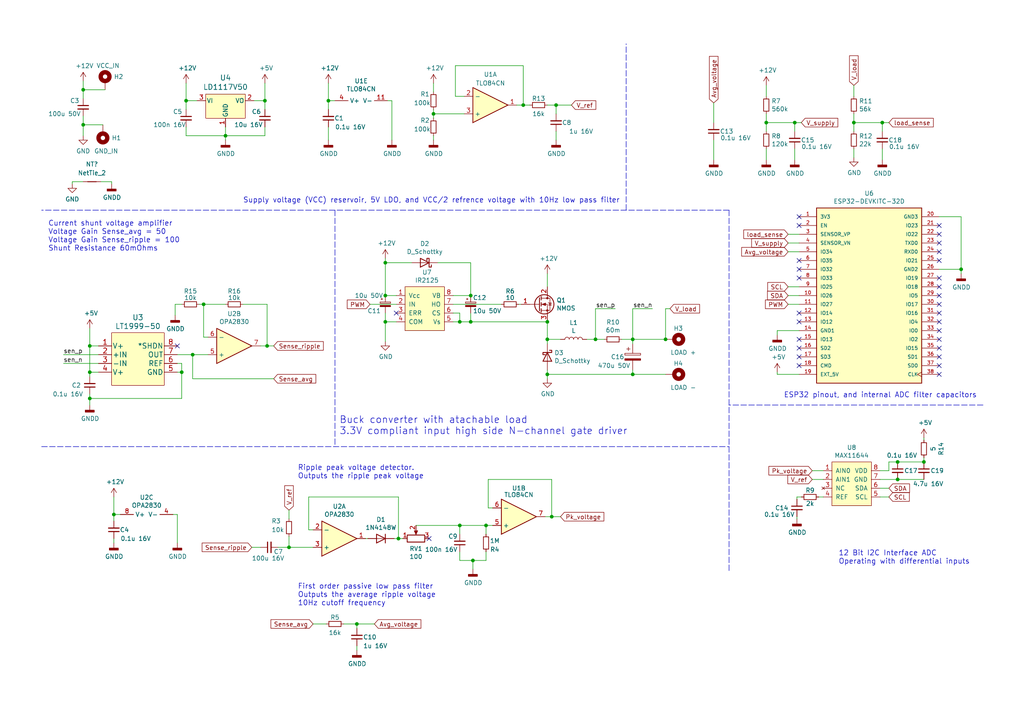
<source format=kicad_sch>
(kicad_sch (version 20211123) (generator eeschema)
  (paper "A4")
  (lib_symbols
    (symbol "Device:C_Small" (pin_numbers hide) (pin_names (offset 0.254) hide)
      (property "Reference" "C" (at 0.254 1.778 0))
      (property "Value" "C_Small" (at 0.254 -2.032 0))
      (symbol "C_Small_1_1"
        (pin passive line (at 0 2.54 270) (length 2.032) (name "~") (number "1"))
        (pin passive line (at 0 -2.54 90) (length 2.032) (name "~") (number "2"))
      )
    )
    (symbol "Device:D_Schottky" (pin_numbers hide) (pin_names (offset 1.016) hide)
      (property "Reference" "D" (at 0 2.54 0))
      (property "Value" "D_Schottky" (at 0 -2.54 0))
      (symbol "D_Schottky_1_1"
        (pin passive line (at -3.81 0 0) (length 2.54) (name "K") (number "1"))
        (pin passive line (at 3.81 0 180) (length 2.54) (name "A") (number "2"))
      )
    )
    (symbol "Device:L" (pin_numbers hide) (pin_names (offset 1.016) hide)
      (property "Reference" "L" (at -1.27 0 90))
      (property "Value" "L" (at 1.905 0 90))
      (symbol "L_1_1"
        (pin passive line (at 0 3.81 270) (length 1.27) (name "1") (number "1"))
        (pin passive line (at 0 -3.81 90) (length 1.27) (name "2") (number "2"))
      )
    )
    (symbol "Device:NetTie_2" (pin_numbers hide) (pin_names (offset 0) hide)
      (property "Reference" "NT" (at 0 1.27 0))
      (property "Value" "NetTie_2" (at 0 -1.27 0))
      (symbol "NetTie_2_1_1"
        (pin passive line (at -2.54 0 0) (length 2.54) (name "1") (number "1"))
        (pin passive line (at 2.54 0 180) (length 2.54) (name "2") (number "2"))
      )
    )
    (symbol "Device:Q_NMOS_GDS" (pin_names (offset 0) hide)
      (property "Reference" "Q" (at 5.08 1.27 0))
      (property "Value" "Q_NMOS_GDS" (at 5.08 -1.27 0))
      (symbol "Q_NMOS_GDS_1_1"
        (pin input line (at -5.08 0 0) (length 2.54) (name "G") (number "1"))
        (pin passive line (at 2.54 5.08 270) (length 2.54) (name "D") (number "2"))
        (pin passive line (at 2.54 -5.08 90) (length 2.54) (name "S") (number "3"))
      )
    )
    (symbol "Device:R_Small" (pin_numbers hide) (pin_names (offset 0.254) hide)
      (property "Reference" "R" (at 0.762 0.508 0))
      (property "Value" "R_Small" (at 0.762 -1.016 0))
      (symbol "R_Small_1_1"
        (pin passive line (at 0 2.54 270) (length 0.762) (name "~") (number "1"))
        (pin passive line (at 0 -2.54 90) (length 0.762) (name "~") (number "2"))
      )
    )
    (symbol "Diode:1N4148W" (pin_numbers hide) (pin_names (offset 1.016) hide)
      (property "Reference" "D" (at 0 2.54 0))
      (property "Value" "1N4148W" (at 0 -2.54 0))
      (symbol "1N4148W_1_1"
        (pin passive line (at -3.81 0 0) (length 2.54) (name "K") (number "1"))
        (pin passive line (at 3.81 0 180) (length 2.54) (name "A") (number "2"))
      )
    )
    (symbol "ESP32-DEVKITC-32D:ESP32-DEVKITC-32D" (pin_names (offset 1.016))
      (property "Reference" "U" (at -15.2654 26.0604 0))
      (property "Value" "ESP32-DEVKITC-32D" (at -15.2654 -27.9654 0))
      (symbol "ESP32-DEVKITC-32D_0_0"
        (pin power_in line (at -20.32 22.86 0) (length 5.08) (name "3V3") (number "1"))
        (pin bidirectional line (at -20.32 0 0) (length 5.08) (name "IO26") (number "10"))
        (pin bidirectional line (at -20.32 -2.54 0) (length 5.08) (name "IO27") (number "11"))
        (pin bidirectional line (at -20.32 -5.08 0) (length 5.08) (name "IO14") (number "12"))
        (pin bidirectional line (at -20.32 -7.62 0) (length 5.08) (name "IO12") (number "13"))
        (pin power_in line (at -20.32 -10.16 0) (length 5.08) (name "GND1") (number "14"))
        (pin bidirectional line (at -20.32 -12.7 0) (length 5.08) (name "IO13") (number "15"))
        (pin bidirectional line (at -20.32 -15.24 0) (length 5.08) (name "SD2") (number "16"))
        (pin bidirectional line (at -20.32 -17.78 0) (length 5.08) (name "SD3") (number "17"))
        (pin bidirectional line (at -20.32 -20.32 0) (length 5.08) (name "CMD") (number "18"))
        (pin power_in line (at -20.32 -22.86 0) (length 5.08) (name "EXT_5V") (number "19"))
        (pin input line (at -20.32 20.32 0) (length 5.08) (name "EN") (number "2"))
        (pin power_in line (at 20.32 22.86 180) (length 5.08) (name "GND3") (number "20"))
        (pin bidirectional line (at 20.32 20.32 180) (length 5.08) (name "IO23") (number "21"))
        (pin bidirectional line (at 20.32 17.78 180) (length 5.08) (name "IO22") (number "22"))
        (pin output line (at 20.32 15.24 180) (length 5.08) (name "TXD0") (number "23"))
        (pin input line (at 20.32 12.7 180) (length 5.08) (name "RXD0") (number "24"))
        (pin bidirectional line (at 20.32 10.16 180) (length 5.08) (name "IO21") (number "25"))
        (pin power_in line (at 20.32 7.62 180) (length 5.08) (name "GND2") (number "26"))
        (pin bidirectional line (at 20.32 5.08 180) (length 5.08) (name "IO19") (number "27"))
        (pin bidirectional line (at 20.32 2.54 180) (length 5.08) (name "IO18") (number "28"))
        (pin bidirectional line (at 20.32 0 180) (length 5.08) (name "IO5") (number "29"))
        (pin input line (at -20.32 17.78 0) (length 5.08) (name "SENSOR_VP") (number "3"))
        (pin bidirectional line (at 20.32 -2.54 180) (length 5.08) (name "IO17") (number "30"))
        (pin bidirectional line (at 20.32 -5.08 180) (length 5.08) (name "IO16") (number "31"))
        (pin bidirectional line (at 20.32 -7.62 180) (length 5.08) (name "IO4") (number "32"))
        (pin bidirectional line (at 20.32 -10.16 180) (length 5.08) (name "IO0") (number "33"))
        (pin bidirectional line (at 20.32 -12.7 180) (length 5.08) (name "IO2") (number "34"))
        (pin bidirectional line (at 20.32 -15.24 180) (length 5.08) (name "IO15") (number "35"))
        (pin bidirectional line (at 20.32 -17.78 180) (length 5.08) (name "SD1") (number "36"))
        (pin bidirectional line (at 20.32 -20.32 180) (length 5.08) (name "SD0") (number "37"))
        (pin input clock (at 20.32 -22.86 180) (length 5.08) (name "CLK") (number "38"))
        (pin input line (at -20.32 15.24 0) (length 5.08) (name "SENSOR_VN") (number "4"))
        (pin bidirectional line (at -20.32 12.7 0) (length 5.08) (name "IO34") (number "5"))
        (pin bidirectional line (at -20.32 10.16 0) (length 5.08) (name "IO35") (number "6"))
        (pin bidirectional line (at -20.32 7.62 0) (length 5.08) (name "IO32") (number "7"))
        (pin bidirectional line (at -20.32 5.08 0) (length 5.08) (name "IO33") (number "8"))
        (pin bidirectional line (at -20.32 2.54 0) (length 5.08) (name "IO25") (number "9"))
      )
    )
    (symbol "IR2125:IR2125" (pin_names (offset 1.016))
      (property "Reference" "U" (at 0 11.43 0))
      (property "Value" "IR2125" (at 0 8.89 0))
      (symbol "IR2125_1_1"
        (pin power_in line (at -8.89 5.08 0) (length 2.54) (name "Vcc") (number "1"))
        (pin input line (at -8.89 2.54 0) (length 2.54) (name "IN") (number "2"))
        (pin input line (at -8.89 0 0) (length 2.54) (name "ERR") (number "3"))
        (pin power_in line (at -8.89 -2.54 0) (length 2.54) (name "COM") (number "4"))
        (pin input line (at 7.62 -2.54 180) (length 2.54) (name "Vs") (number "5"))
        (pin input line (at 7.62 0 180) (length 2.54) (name "CS") (number "6"))
        (pin output line (at 7.62 2.54 180) (length 2.54) (name "HO") (number "7"))
        (pin output line (at 7.62 5.08 180) (length 2.54) (name "VB") (number "8"))
      )
    )
    (symbol "LD1117V50:LD1117V50" (pin_names (offset 0.254))
      (property "Reference" "U" (at 0 8.255 0))
      (property "Value" "LD1117V50" (at 0 6.35 0))
      (symbol "LD1117V50_1_1"
        (pin power_in line (at 0 -6.985 90) (length 2.54) (name "GND") (number "1"))
        (pin power_in line (at 8.255 0.635 180) (length 2.54) (name "VO") (number "2"))
        (pin power_in line (at -8.255 0.635 0) (length 2.54) (name "VI") (number "3"))
      )
    )
    (symbol "LT1999-50:LT1999MPMS8-50-PBF" (pin_names (offset 0.254))
      (property "Reference" "U" (at 0 10.795 0))
      (property "Value" "LT1999MPMS8-50-PBF" (at 0 12.7 0))
      (symbol "LT1999MPMS8-50-PBF_1_1"
        (pin power_in line (at -11.43 3.81 0) (length 3.81) (name "V+") (number "1"))
        (pin input line (at -11.43 1.27 0) (length 3.81) (name "+IN") (number "2"))
        (pin input line (at -11.43 -1.27 0) (length 3.81) (name "-IN") (number "3"))
        (pin power_in line (at -11.43 -3.81 0) (length 3.81) (name "V+") (number "4"))
        (pin power_in line (at 11.43 -3.81 180) (length 3.81) (name "GND") (number "5"))
        (pin unspecified line (at 11.43 -1.27 180) (length 3.81) (name "REF") (number "6"))
        (pin output line (at 11.43 1.27 180) (length 3.81) (name "OUT") (number "7"))
        (pin unspecified line (at 11.43 3.81 180) (length 3.81) (name "*SHDN") (number "8"))
      )
    )
    (symbol "MAX11644:MAX11644" (pin_names (offset 1.016))
      (property "Reference" "U" (at 0 17.78 0))
      (property "Value" "MAX11644" (at 0 15.875 0))
      (symbol "MAX11644_1_1"
        (pin input line (at -8.255 3.81 0) (length 2.54) (name "AIN0") (number "1"))
        (pin input line (at -8.255 1.27 0) (length 2.54) (name "AIN1") (number "2"))
        (pin no_connect line (at -8.255 -1.27 0) (length 2.54) (name "NC") (number "3"))
        (pin power_in line (at -8.255 -3.81 0) (length 2.54) (name "REF") (number "4"))
        (pin output line (at 8.255 -3.81 180) (length 2.54) (name "SCL") (number "5"))
        (pin output line (at 8.255 -1.27 180) (length 2.54) (name "SDA") (number "6"))
        (pin power_in line (at 8.255 1.27 180) (length 2.54) (name "GND") (number "7"))
        (pin power_in line (at 8.255 3.81 180) (length 2.54) (name "VDD") (number "8"))
      )
    )
    (symbol "Mechanical:MountingHole_Pad" (pin_numbers hide) (pin_names (offset 1.016) hide)
      (property "Reference" "H" (at 0 6.35 0))
      (property "Value" "MountingHole_Pad" (at 0 4.445 0))
      (symbol "MountingHole_Pad_1_1"
        (pin input line (at 0 -2.54 90) (length 2.54) (name "1") (number "1"))
      )
    )
    (symbol "buck_converter-rescue:CP-Device" (pin_numbers hide) (pin_names (offset 0.254))
      (property "Reference" "C" (at 0.635 2.54 0))
      (property "Value" "CP-Device" (at 0.635 -2.54 0))
      (symbol "CP-Device_1_1"
        (pin passive line (at 0 3.81 270) (length 2.794) (name "~") (number "1"))
        (pin passive line (at 0 -3.81 90) (length 2.794) (name "~") (number "2"))
      )
    )
    (symbol "buck_converter-rescue:CP_Small-Device" (pin_numbers hide) (pin_names (offset 0.254) hide)
      (property "Reference" "C" (at 0.254 1.778 0))
      (property "Value" "CP_Small-Device" (at 0.254 -2.032 0))
      (symbol "CP_Small-Device_1_1"
        (pin passive line (at 0 2.54 270) (length 1.8542) (name "~") (number "1"))
        (pin passive line (at 0 -2.54 90) (length 1.8542) (name "~") (number "2"))
      )
    )
    (symbol "buck_converter-rescue:Opamp_Dual_Generic-Device"
      (property "Reference" "U" (at 0 5.08 0))
      (property "Value" "Opamp_Dual_Generic-Device" (at 0 -5.08 0))
      (symbol "Opamp_Dual_Generic-Device_1_1"
        (pin output line (at 7.62 0 180) (length 2.54) (name "~") (number "1"))
        (pin input line (at -7.62 -2.54 0) (length 2.54) (name "-") (number "2"))
        (pin input line (at -7.62 2.54 0) (length 2.54) (name "+") (number "3"))
      )
      (symbol "Opamp_Dual_Generic-Device_2_1"
        (pin input line (at -7.62 2.54 0) (length 2.54) (name "+") (number "5"))
        (pin input line (at -7.62 -2.54 0) (length 2.54) (name "-") (number "6"))
        (pin output line (at 7.62 0 180) (length 2.54) (name "~") (number "7"))
      )
      (symbol "Opamp_Dual_Generic-Device_3_1"
        (pin power_in line (at -2.54 -7.62 90) (length 3.81) (name "V-") (number "4"))
        (pin power_in line (at -2.54 7.62 270) (length 3.81) (name "V+") (number "8"))
      )
    )
    (symbol "buck_converter-rescue:Opamp_Quad_Generic-Device"
      (property "Reference" "U" (at 0 5.08 0))
      (property "Value" "Opamp_Quad_Generic-Device" (at 0 -5.08 0))
      (symbol "Opamp_Quad_Generic-Device_1_1"
        (pin output line (at 7.62 0 180) (length 2.54) (name "~") (number "1"))
        (pin input line (at -7.62 -2.54 0) (length 2.54) (name "-") (number "2"))
        (pin input line (at -7.62 2.54 0) (length 2.54) (name "+") (number "3"))
      )
      (symbol "Opamp_Quad_Generic-Device_2_1"
        (pin input line (at -7.62 2.54 0) (length 2.54) (name "+") (number "5"))
        (pin input line (at -7.62 -2.54 0) (length 2.54) (name "-") (number "6"))
        (pin output line (at 7.62 0 180) (length 2.54) (name "~") (number "7"))
      )
      (symbol "Opamp_Quad_Generic-Device_3_1"
        (pin input line (at -7.62 2.54 0) (length 2.54) (name "+") (number "10"))
        (pin output line (at 7.62 0 180) (length 2.54) (name "~") (number "8"))
        (pin input line (at -7.62 -2.54 0) (length 2.54) (name "-") (number "9"))
      )
      (symbol "Opamp_Quad_Generic-Device_4_1"
        (pin input line (at -7.62 2.54 0) (length 2.54) (name "+") (number "12"))
        (pin input line (at -7.62 -2.54 0) (length 2.54) (name "-") (number "13"))
        (pin output line (at 7.62 0 180) (length 2.54) (name "~") (number "14"))
      )
      (symbol "Opamp_Quad_Generic-Device_5_1"
        (pin power_in line (at -2.54 -7.62 90) (length 3.81) (name "V-") (number "11"))
        (pin power_in line (at -2.54 7.62 270) (length 3.81) (name "V+") (number "4"))
      )
    )
    (symbol "buck_converter-rescue:R_POT-Device" (pin_names (offset 1.016) hide)
      (property "Reference" "RV" (at -4.445 0 90))
      (property "Value" "R_POT-Device" (at -2.54 0 90))
      (symbol "R_POT-Device_1_1"
        (pin passive line (at 0 3.81 270) (length 1.27) (name "1") (number "1"))
        (pin passive line (at 3.81 0 180) (length 1.27) (name "2") (number "2"))
        (pin passive line (at 0 -3.81 90) (length 1.27) (name "3") (number "3"))
      )
    )
    (symbol "power:+12V" (power) (pin_names (offset 0))
      (property "Value" "+12V" (at 0 3.556 0))
      (symbol "+12V_1_1"
        (pin power_in line (at 0 0 90) (length 0) hide (name "+12V") (number "1"))
      )
    )
    (symbol "power:+5V" (power) (pin_names (offset 0))
      (property "Value" "+5V" (at 0 3.556 0))
      (symbol "+5V_1_1"
        (pin power_in line (at 0 0 90) (length 0) hide (name "+5V") (number "1"))
      )
    )
    (symbol "power:GND" (power) (pin_names (offset 0))
      (property "Value" "GND" (at 0 -3.81 0))
      (symbol "GND_1_1"
        (pin power_in line (at 0 0 270) (length 0) hide (name "GND") (number "1"))
      )
    )
    (symbol "power:GNDD" (power) (pin_names (offset 0))
      (property "Value" "GNDD" (at 0 -3.175 0))
      (symbol "GNDD_1_1"
        (pin power_in line (at 0 0 270) (length 0) hide (name "GNDD") (number "1"))
      )
    )
  )
  (junction (at 26.035 115.57))
  (junction (at 172.72 98.425))
  (junction (at 33.02 149.225))
  (junction (at 95.25 29.21))
  (junction (at 260.35 133.985))
  (junction (at 136.525 93.345))
  (junction (at 111.76 76.2))
  (junction (at 161.29 30.48))
  (junction (at 26.035 100.33))
  (junction (at 125.73 33.02))
  (junction (at 160.02 149.86))
  (junction (at 140.97 152.4))
  (junction (at 26.035 107.95))
  (junction (at 260.35 139.065))
  (junction (at 133.35 152.4))
  (junction (at 230.505 35.56))
  (junction (at 247.65 35.56))
  (junction (at 136.525 85.725))
  (junction (at 59.055 88.265))
  (junction (at 158.75 98.425))
  (junction (at 24.13 36.195))
  (junction (at 52.705 107.95))
  (junction (at 278.765 78.105))
  (junction (at 83.82 158.75))
  (junction (at 76.835 29.21))
  (junction (at 137.16 162.56))
  (junction (at 183.515 98.425))
  (junction (at 111.76 93.345))
  (junction (at 183.515 108.585))
  (junction (at 55.88 102.87))
  (junction (at 267.97 133.985))
  (junction (at 115.57 156.21))
  (junction (at 65.405 39.37))
  (junction (at 255.905 35.56))
  (junction (at 222.25 35.56))
  (junction (at 133.35 93.345))
  (junction (at 24.13 26.035))
  (junction (at 193.04 98.425))
  (junction (at 158.75 93.345))
  (junction (at 158.75 108.585))
  (junction (at 151.765 30.48))
  (junction (at 103.505 180.975))
  (junction (at 77.47 100.33))
  (junction (at 53.975 29.21))
  (junction (at 111.76 85.725))
  (no_connect (at 272.415 108.585))
  (no_connect (at 272.415 75.565))
  (no_connect (at 231.775 98.425))
  (no_connect (at 231.775 93.345))
  (no_connect (at 272.415 90.805))
  (no_connect (at 231.775 65.405))
  (no_connect (at 272.415 100.965))
  (no_connect (at 272.415 106.045))
  (no_connect (at 231.775 75.565))
  (no_connect (at 272.415 80.645))
  (no_connect (at 272.415 98.425))
  (no_connect (at 231.775 62.865))
  (no_connect (at 272.415 65.405))
  (no_connect (at 272.415 67.945))
  (no_connect (at 231.775 90.805))
  (no_connect (at 272.415 88.265))
  (no_connect (at 51.435 100.33))
  (no_connect (at 272.415 95.885))
  (no_connect (at 272.415 73.025))
  (no_connect (at 272.415 93.345))
  (no_connect (at 231.775 80.645))
  (no_connect (at 272.415 70.485))
  (no_connect (at 231.775 78.105))
  (no_connect (at 124.46 156.21))
  (no_connect (at 272.415 83.185))
  (no_connect (at 231.775 103.505))
  (no_connect (at 272.415 85.725))
  (no_connect (at 231.775 100.965))
  (no_connect (at 231.775 106.045))
  (no_connect (at 114.935 90.805))
  (no_connect (at 272.415 103.505))
  (wire (pts (xy 133.35 152.4) (xy 120.65 152.4)))
  (wire (pts (xy 172.72 98.425) (xy 175.26 98.425)))
  (polyline (pts (xy 97.155 60.96) (xy 97.155 129.54)))
  (wire (pts (xy 111.76 85.725) (xy 114.935 85.725)))
  (wire (pts (xy 172.72 89.535) (xy 178.435 89.535)))
  (wire (pts (xy 134.62 33.02) (xy 125.73 33.02)))
  (wire (pts (xy 125.73 31.75) (xy 125.73 33.02)))
  (wire (pts (xy 53.975 36.83) (xy 53.975 39.37)))
  (wire (pts (xy 133.35 152.4) (xy 140.97 152.4)))
  (wire (pts (xy 103.505 187.325) (xy 103.505 188.595)))
  (wire (pts (xy 158.75 108.585) (xy 183.515 108.585)))
  (wire (pts (xy 50.8 88.265) (xy 50.8 91.44)))
  (wire (pts (xy 193.04 108.585) (xy 183.515 108.585)))
  (wire (pts (xy 26.035 95.25) (xy 26.035 100.33)))
  (wire (pts (xy 180.34 98.425) (xy 183.515 98.425)))
  (wire (pts (xy 137.16 162.56) (xy 140.97 162.56)))
  (wire (pts (xy 247.65 43.18) (xy 247.65 45.72)))
  (wire (pts (xy 235.585 139.065) (xy 238.76 139.065)))
  (wire (pts (xy 225.425 108.585) (xy 231.775 108.585)))
  (wire (pts (xy 76.835 39.37) (xy 76.835 36.83)))
  (wire (pts (xy 29.845 36.195) (xy 24.13 36.195)))
  (wire (pts (xy 231.14 144.145) (xy 231.14 144.78)))
  (wire (pts (xy 228.6 85.725) (xy 231.775 85.725)))
  (wire (pts (xy 183.515 98.425) (xy 183.515 89.535)))
  (wire (pts (xy 57.785 88.265) (xy 59.055 88.265)))
  (wire (pts (xy 95.25 24.13) (xy 95.25 29.21)))
  (wire (pts (xy 140.97 162.56) (xy 140.97 160.02)))
  (wire (pts (xy 125.73 24.13) (xy 125.73 26.67)))
  (wire (pts (xy 24.13 36.195) (xy 24.13 39.37)))
  (wire (pts (xy 132.08 19.05) (xy 151.765 19.05)))
  (wire (pts (xy 125.73 33.02) (xy 125.73 34.29)))
  (wire (pts (xy 183.515 107.315) (xy 183.515 108.585)))
  (wire (pts (xy 161.29 30.48) (xy 165.735 30.48)))
  (wire (pts (xy 33.02 149.225) (xy 33.02 151.13)))
  (wire (pts (xy 111.76 90.805) (xy 111.76 93.345)))
  (wire (pts (xy 50.165 149.225) (xy 51.435 149.225)))
  (wire (pts (xy 95.25 36.83) (xy 95.25 40.64)))
  (wire (pts (xy 24.13 52.705) (xy 20.955 52.705)))
  (wire (pts (xy 162.56 98.425) (xy 158.75 98.425)))
  (wire (pts (xy 65.405 88.265) (xy 59.055 88.265)))
  (wire (pts (xy 183.515 98.425) (xy 183.515 99.695)))
  (wire (pts (xy 158.115 149.86) (xy 160.02 149.86)))
  (wire (pts (xy 247.65 24.765) (xy 247.65 27.94)))
  (wire (pts (xy 115.57 156.21) (xy 115.57 144.145)))
  (wire (pts (xy 28.575 102.87) (xy 18.415 102.87)))
  (wire (pts (xy 119.38 76.2) (xy 111.76 76.2)))
  (wire (pts (xy 26.035 100.33) (xy 26.035 107.95)))
  (wire (pts (xy 53.975 39.37) (xy 65.405 39.37)))
  (wire (pts (xy 24.13 23.495) (xy 24.13 26.035)))
  (wire (pts (xy 53.975 24.13) (xy 53.975 29.21)))
  (wire (pts (xy 260.35 133.985) (xy 267.97 133.985)))
  (wire (pts (xy 20.955 52.705) (xy 20.955 53.34)))
  (wire (pts (xy 26.035 114.3) (xy 26.035 115.57)))
  (wire (pts (xy 76.835 29.21) (xy 76.835 31.75)))
  (wire (pts (xy 51.435 102.87) (xy 55.88 102.87)))
  (wire (pts (xy 51.435 107.95) (xy 52.705 107.95)))
  (wire (pts (xy 257.81 136.525) (xy 257.81 133.985)))
  (wire (pts (xy 99.695 180.975) (xy 103.505 180.975)))
  (wire (pts (xy 97.155 29.21) (xy 95.25 29.21)))
  (wire (pts (xy 158.75 30.48) (xy 161.29 30.48)))
  (wire (pts (xy 267.97 127) (xy 267.97 127.635)))
  (wire (pts (xy 228.6 83.185) (xy 231.775 83.185)))
  (wire (pts (xy 132.08 27.94) (xy 132.08 19.05)))
  (wire (pts (xy 112.395 29.21) (xy 113.665 29.21)))
  (wire (pts (xy 131.445 93.345) (xy 133.35 93.345)))
  (wire (pts (xy 26.035 115.57) (xy 52.705 115.57)))
  (wire (pts (xy 278.765 62.865) (xy 278.765 78.105)))
  (wire (pts (xy 230.505 46.355) (xy 230.505 43.18)))
  (wire (pts (xy 228.6 88.265) (xy 231.775 88.265)))
  (wire (pts (xy 73.025 158.75) (xy 75.565 158.75)))
  (wire (pts (xy 222.25 24.765) (xy 222.25 27.94)))
  (wire (pts (xy 228.6 67.945) (xy 231.775 67.945)))
  (wire (pts (xy 133.35 93.345) (xy 136.525 93.345)))
  (wire (pts (xy 77.47 100.33) (xy 79.375 100.33)))
  (wire (pts (xy 77.47 100.33) (xy 77.47 88.265)))
  (wire (pts (xy 133.35 162.56) (xy 137.16 162.56)))
  (wire (pts (xy 52.705 105.41) (xy 52.705 107.95)))
  (wire (pts (xy 235.585 136.525) (xy 238.76 136.525)))
  (wire (pts (xy 136.525 90.805) (xy 136.525 93.345)))
  (wire (pts (xy 83.82 147.955) (xy 83.82 150.495)))
  (wire (pts (xy 158.75 108.585) (xy 158.75 109.855)))
  (wire (pts (xy 115.57 144.145) (xy 89.535 144.145)))
  (wire (pts (xy 255.905 43.18) (xy 255.905 46.355)))
  (wire (pts (xy 111.76 93.345) (xy 111.76 99.06)))
  (wire (pts (xy 83.82 158.75) (xy 90.805 158.75)))
  (wire (pts (xy 111.76 74.93) (xy 111.76 76.2)))
  (wire (pts (xy 79.375 109.855) (xy 55.88 109.855)))
  (wire (pts (xy 24.13 33.655) (xy 24.13 36.195)))
  (wire (pts (xy 24.13 26.035) (xy 24.13 28.575)))
  (wire (pts (xy 83.82 155.575) (xy 83.82 158.75)))
  (wire (pts (xy 26.035 109.22) (xy 26.035 107.95)))
  (polyline (pts (xy 12.065 129.54) (xy 211.455 129.54)))
  (wire (pts (xy 228.6 70.485) (xy 231.775 70.485)))
  (wire (pts (xy 125.73 39.37) (xy 125.73 40.64)))
  (wire (pts (xy 193.04 89.535) (xy 193.04 98.425)))
  (wire (pts (xy 151.765 30.48) (xy 153.67 30.48)))
  (wire (pts (xy 103.505 180.975) (xy 108.585 180.975)))
  (wire (pts (xy 255.27 144.145) (xy 257.81 144.145)))
  (wire (pts (xy 29.21 52.705) (xy 32.385 52.705)))
  (wire (pts (xy 131.445 85.725) (xy 136.525 85.725)))
  (wire (pts (xy 73.66 29.21) (xy 76.835 29.21)))
  (wire (pts (xy 26.035 107.95) (xy 28.575 107.95)))
  (wire (pts (xy 53.975 29.21) (xy 57.15 29.21)))
  (wire (pts (xy 65.405 36.83) (xy 65.405 39.37)))
  (polyline (pts (xy 285.115 117.475) (xy 211.455 117.475)))
  (wire (pts (xy 52.705 88.265) (xy 50.8 88.265)))
  (wire (pts (xy 222.25 35.56) (xy 222.25 38.1)))
  (wire (pts (xy 141.605 147.32) (xy 142.875 147.32)))
  (wire (pts (xy 136.525 85.725) (xy 136.525 76.2)))
  (wire (pts (xy 65.405 39.37) (xy 76.835 39.37)))
  (wire (pts (xy 267.97 132.715) (xy 267.97 133.985)))
  (wire (pts (xy 141.605 139.065) (xy 141.605 147.32)))
  (wire (pts (xy 111.76 76.2) (xy 111.76 85.725)))
  (wire (pts (xy 222.25 43.18) (xy 222.25 46.355)))
  (wire (pts (xy 136.525 76.2) (xy 127 76.2)))
  (wire (pts (xy 170.18 98.425) (xy 172.72 98.425)))
  (wire (pts (xy 260.35 139.065) (xy 267.97 139.065)))
  (wire (pts (xy 115.57 156.21) (xy 116.84 156.21)))
  (wire (pts (xy 80.645 158.75) (xy 83.82 158.75)))
  (wire (pts (xy 183.515 89.535) (xy 189.23 89.535)))
  (wire (pts (xy 114.935 93.345) (xy 111.76 93.345)))
  (wire (pts (xy 172.72 98.425) (xy 172.72 89.535)))
  (wire (pts (xy 151.765 19.05) (xy 151.765 30.48)))
  (wire (pts (xy 150.495 88.265) (xy 151.13 88.265)))
  (wire (pts (xy 141.605 139.065) (xy 160.02 139.065)))
  (wire (pts (xy 158.75 107.315) (xy 158.75 108.585)))
  (wire (pts (xy 158.75 79.375) (xy 158.75 83.185)))
  (wire (pts (xy 160.02 149.86) (xy 162.56 149.86)))
  (wire (pts (xy 272.415 78.105) (xy 278.765 78.105)))
  (wire (pts (xy 32.385 52.705) (xy 32.385 53.34)))
  (wire (pts (xy 278.765 78.105) (xy 278.765 79.375)))
  (wire (pts (xy 158.75 98.425) (xy 158.75 99.695)))
  (wire (pts (xy 133.35 160.02) (xy 133.35 162.56)))
  (wire (pts (xy 107.315 88.265) (xy 114.935 88.265)))
  (wire (pts (xy 34.925 149.225) (xy 33.02 149.225)))
  (wire (pts (xy 247.65 35.56) (xy 247.65 38.1)))
  (wire (pts (xy 237.49 144.145) (xy 238.76 144.145)))
  (wire (pts (xy 65.405 39.37) (xy 65.405 40.64)))
  (wire (pts (xy 136.525 93.345) (xy 158.75 93.345)))
  (wire (pts (xy 106.045 156.21) (xy 106.68 156.21)))
  (polyline (pts (xy 211.455 60.96) (xy 211.455 165.735)))
  (wire (pts (xy 95.25 29.21) (xy 95.25 31.75)))
  (polyline (pts (xy 211.455 60.96) (xy 12.065 60.96)))
  (wire (pts (xy 225.425 95.885) (xy 231.775 95.885)))
  (wire (pts (xy 113.665 29.21) (xy 113.665 40.64)))
  (wire (pts (xy 160.02 149.86) (xy 160.02 139.065)))
  (wire (pts (xy 257.81 133.985) (xy 260.35 133.985)))
  (wire (pts (xy 255.905 35.56) (xy 247.65 35.56)))
  (wire (pts (xy 51.435 149.225) (xy 51.435 157.48)))
  (wire (pts (xy 247.65 33.02) (xy 247.65 35.56)))
  (wire (pts (xy 52.705 107.95) (xy 52.705 115.57)))
  (wire (pts (xy 230.505 35.56) (xy 222.25 35.56)))
  (wire (pts (xy 151.765 30.48) (xy 149.86 30.48)))
  (wire (pts (xy 59.055 88.265) (xy 59.055 97.79)))
  (wire (pts (xy 161.29 38.1) (xy 161.29 40.64)))
  (wire (pts (xy 232.41 35.56) (xy 230.505 35.56)))
  (wire (pts (xy 55.88 109.855) (xy 55.88 102.87)))
  (wire (pts (xy 255.27 139.065) (xy 260.35 139.065)))
  (wire (pts (xy 272.415 62.865) (xy 278.765 62.865)))
  (wire (pts (xy 207.01 40.64) (xy 207.01 46.355)))
  (wire (pts (xy 140.97 152.4) (xy 142.875 152.4)))
  (wire (pts (xy 225.425 97.155) (xy 225.425 95.885)))
  (wire (pts (xy 89.535 144.145) (xy 89.535 153.67)))
  (wire (pts (xy 222.25 33.02) (xy 222.25 35.56)))
  (wire (pts (xy 77.47 88.265) (xy 70.485 88.265)))
  (wire (pts (xy 75.565 100.33) (xy 77.47 100.33)))
  (wire (pts (xy 33.02 156.21) (xy 33.02 157.48)))
  (wire (pts (xy 255.27 136.525) (xy 257.81 136.525)))
  (wire (pts (xy 194.31 89.535) (xy 193.04 89.535)))
  (wire (pts (xy 51.435 105.41) (xy 52.705 105.41)))
  (wire (pts (xy 26.035 100.33) (xy 28.575 100.33)))
  (wire (pts (xy 103.505 180.975) (xy 103.505 182.245)))
  (wire (pts (xy 158.75 93.345) (xy 158.75 98.425)))
  (wire (pts (xy 207.01 29.845) (xy 207.01 35.56)))
  (wire (pts (xy 255.905 38.1) (xy 255.905 35.56)))
  (wire (pts (xy 257.81 35.56) (xy 255.905 35.56)))
  (wire (pts (xy 53.975 31.75) (xy 53.975 29.21)))
  (wire (pts (xy 230.505 38.1) (xy 230.505 35.56)))
  (wire (pts (xy 133.35 90.805) (xy 133.35 93.345)))
  (wire (pts (xy 161.29 30.48) (xy 161.29 33.02)))
  (wire (pts (xy 228.6 73.025) (xy 231.775 73.025)))
  (wire (pts (xy 33.02 144.145) (xy 33.02 149.225)))
  (polyline (pts (xy 181.61 60.96) (xy 181.61 12.7)))
  (wire (pts (xy 134.62 27.94) (xy 132.08 27.94)))
  (wire (pts (xy 30.48 26.035) (xy 24.13 26.035)))
  (wire (pts (xy 133.35 152.4) (xy 133.35 154.94)))
  (wire (pts (xy 231.14 149.86) (xy 231.14 150.495)))
  (wire (pts (xy 114.3 156.21) (xy 115.57 156.21)))
  (wire (pts (xy 90.805 180.975) (xy 94.615 180.975)))
  (wire (pts (xy 131.445 90.805) (xy 133.35 90.805)))
  (wire (pts (xy 76.835 24.13) (xy 76.835 29.21)))
  (wire (pts (xy 89.535 153.67) (xy 90.805 153.67)))
  (wire (pts (xy 26.035 117.475) (xy 26.035 115.57)))
  (wire (pts (xy 232.41 144.145) (xy 231.14 144.145)))
  (wire (pts (xy 59.055 97.79) (xy 60.325 97.79)))
  (wire (pts (xy 137.16 165.1) (xy 137.16 162.56)))
  (wire (pts (xy 55.88 102.87) (xy 60.325 102.87)))
  (wire (pts (xy 225.425 107.95) (xy 225.425 108.585)))
  (wire (pts (xy 131.445 88.265) (xy 145.415 88.265)))
  (wire (pts (xy 28.575 105.41) (xy 18.415 105.41)))
  (wire (pts (xy 183.515 98.425) (xy 193.04 98.425)))
  (wire (pts (xy 255.27 141.605) (xy 257.81 141.605)))
  (wire (pts (xy 140.97 152.4) (xy 140.97 154.94)))
  (text "Current shunt voltage amplifier\nVoltage Gain Sense_avg = 50\nVoltage Gain Sense_ripple = 100\nShunt Resistance 60mOhms\n" (at 13.97 73.025 0) (effects (font (size 1.4986 1.4986)) (justify left bottom)))
  (text "ESP32 pinout, and internal ADC filter capacitors" (at 227.33 115.57 0) (effects (font (size 1.4986 1.4986)) (justify left bottom)))
  (text "Buck converter with atachable load\n3.3V compliant input high side N-channel gate driver\n " (at 98.425 129.54 0) (effects (font (size 2.0066 2.0066)) (justify left bottom)))
  (text "First order passive low pass filter\nOutputs the average ripple voltage\n10Hz cutoff frequency" (at 86.36 175.895 0) (effects (font (size 1.4986 1.4986)) (justify left bottom)))
  (text "Ripple peak voltage detector.\nOutputs the ripple peak voltage" (at 86.36 139.065 0) (effects (font (size 1.4986 1.4986)) (justify left bottom)))
  (text "Supply voltage (VCC) reservoir, 5V LDO, and VCC/2 refrence voltage with 10Hz low pass filter\n" (at 70.485 59.055 0) (effects (font (size 1.4986 1.4986)) (justify left bottom)))
  (text "12 Bit I2C Interface ADC\nOperating with differential inputs" (at 243.205 163.83 0) (effects (font (size 1.4986 1.4986)) (justify left bottom)))
  (label "sen_p" (at 18.415 102.87 0))
  (label "sen_n" (at 189.23 89.535 180))
  (label "sen_n" (at 18.415 105.41 0))
  (label "sen_p" (at 178.435 89.535 180))
  (global_label "Sense_avg" (shape input) (at 90.805 180.975 180) (property "Intersheet References" "${INTERSHEET_REFS}" (effects hide)))
  (global_label "V_supply" (shape input) (at 228.6 70.485 180) (property "Intersheet References" "${INTERSHEET_REFS}" (effects hide)))
  (global_label "Sense_ripple" (shape input) (at 79.375 100.33 0) (property "Intersheet References" "${INTERSHEET_REFS}" (effects hide)))
  (global_label "Sense_avg" (shape input) (at 79.375 109.855 0) (property "Intersheet References" "${INTERSHEET_REFS}" (effects hide)))
  (global_label "V_supply" (shape input) (at 232.41 35.56 0) (property "Intersheet References" "${INTERSHEET_REFS}" (effects hide)))
  (global_label "load_sense" (shape input) (at 257.81 35.56 0) (property "Intersheet References" "${INTERSHEET_REFS}" (effects hide)))
  (global_label "SCL" (shape input) (at 257.81 144.145 0) (property "Intersheet References" "${INTERSHEET_REFS}" (effects hide)))
  (global_label "V_load" (shape input) (at 194.31 89.535 0) (property "Intersheet References" "${INTERSHEET_REFS}" (effects hide)))
  (global_label "V_load" (shape input) (at 247.65 24.765 90) (property "Intersheet References" "${INTERSHEET_REFS}" (effects hide)))
  (global_label "Sense_ripple" (shape input) (at 73.025 158.75 180) (property "Intersheet References" "${INTERSHEET_REFS}" (effects hide)))
  (global_label "SCL" (shape input) (at 228.6 83.185 180) (property "Intersheet References" "${INTERSHEET_REFS}" (effects hide)))
  (global_label "Avg_voltage" (shape input) (at 228.6 73.025 180) (property "Intersheet References" "${INTERSHEET_REFS}" (effects hide)))
  (global_label "Avg_voltage" (shape input) (at 207.01 29.845 90) (property "Intersheet References" "${INTERSHEET_REFS}" (effects hide)))
  (global_label "Pk_voltage" (shape input) (at 235.585 136.525 180) (property "Intersheet References" "${INTERSHEET_REFS}" (effects hide)))
  (global_label "Pk_voltage" (shape input) (at 162.56 149.86 0) (property "Intersheet References" "${INTERSHEET_REFS}" (effects hide)))
  (global_label "Avg_voltage" (shape input) (at 108.585 180.975 0) (property "Intersheet References" "${INTERSHEET_REFS}" (effects hide)))
  (global_label "PWM" (shape input) (at 107.315 88.265 180) (property "Intersheet References" "${INTERSHEET_REFS}" (effects hide)))
  (global_label "V_ref" (shape input) (at 83.82 147.955 90) (property "Intersheet References" "${INTERSHEET_REFS}" (effects hide)))
  (global_label "load_sense" (shape input) (at 228.6 67.945 180) (property "Intersheet References" "${INTERSHEET_REFS}" (effects hide)))
  (global_label "PWM" (shape input) (at 228.6 88.265 180) (property "Intersheet References" "${INTERSHEET_REFS}" (effects hide)))
  (global_label "V_ref" (shape input) (at 165.735 30.48 0) (property "Intersheet References" "${INTERSHEET_REFS}" (effects hide)))
  (global_label "SDA" (shape input) (at 228.6 85.725 180) (property "Intersheet References" "${INTERSHEET_REFS}" (effects hide)))
  (global_label "V_ref" (shape input) (at 235.585 139.065 180) (property "Intersheet References" "${INTERSHEET_REFS}" (effects hide)))
  (global_label "SDA" (shape input) (at 257.81 141.605 0) (property "Intersheet References" "${INTERSHEET_REFS}" (effects hide)))
  (symbol (lib_id "ESP32-DEVKITC-32D:ESP32-DEVKITC-32D") (at 252.095 85.725 0) (unit 1)
    (property "Reference" "U6" (at 252.095 56.0832 0))
    (property "Value" "ESP32-DEVKITC-32D" (at 252.095 58.3946 0))
    (property "Footprint" "MODULE_ESP32-DEVKITC-32D:MODULE_ESP32-DEVKITC-32D" (effects hide))
    (property "MANUFACTURER" "Espressif Systems" (effects hide))
    (property "PARTREV" "4" (effects hide))
  )
  (symbol (lib_id "power:GNDD") (at 278.765 79.375 0) (unit 1)
    (property "Reference" "#PWR021" (effects hide))
    (property "Value" "GNDD" (at 278.8666 83.312 0))
  )
  (symbol (lib_id "power:GNDD") (at 225.425 97.155 0) (unit 1)
    (property "Reference" "#PWR017" (effects hide))
    (property "Value" "GNDD" (at 225.5266 101.092 0))
  )
  (symbol (lib_id "power:+12V") (at 158.75 79.375 0) (unit 1)
    (property "Reference" "#PWR025" (effects hide))
    (property "Value" "+12V" (at 159.131 74.9808 0))
  )
  (symbol (lib_id "Device:Q_NMOS_GDS") (at 156.21 88.265 0) (unit 1)
    (property "Reference" "Q1" (at 161.3916 87.0966 0) (effects (justify left)))
    (property "Value" "NMOS" (at 161.3916 89.408 0) (effects (justify left)))
    (property "Footprint" "Package_TO_SOT_THT:TO-220-3_Vertical" (effects hide))
  )
  (symbol (lib_id "Device:D_Schottky") (at 158.75 103.505 270) (unit 1)
    (property "Reference" "D3" (at 160.782 102.3366 90) (effects (justify left)))
    (property "Value" "D_Schottky" (at 160.782 104.648 90) (effects (justify left)))
    (property "Footprint" "Diode_THT:D_A-405_P7.62mm_Horizontal" (effects hide))
  )
  (symbol (lib_id "power:GND") (at 158.75 109.855 0) (unit 1)
    (property "Reference" "#PWR026" (effects hide))
    (property "Value" "GND" (at 158.877 114.2492 0))
  )
  (symbol (lib_id "Device:L") (at 166.37 98.425 90) (unit 1)
    (property "Reference" "L1" (at 166.37 93.599 90))
    (property "Value" "L" (at 166.37 95.9104 90))
    (property "Footprint" "IND_HCTI-150-5.0:IND_HCTI-150-5.0" (effects hide))
  )
  (symbol (lib_id "Device:R_Small") (at 247.65 30.48 0) (unit 1)
    (property "Reference" "R11" (at 249.1486 29.3116 0) (effects (justify left)))
    (property "Value" "56k" (at 249.1486 31.623 0) (effects (justify left)))
    (property "Footprint" "Resistor_SMD:R_0603_1608Metric_Pad0.98x0.95mm_HandSolder" (effects hide))
  )
  (symbol (lib_id "Device:R_Small") (at 247.65 40.64 0) (unit 1)
    (property "Reference" "R12" (at 249.1486 39.4716 0) (effects (justify left)))
    (property "Value" "22k" (at 249.1486 41.783 0) (effects (justify left)))
    (property "Footprint" "Resistor_SMD:R_0603_1608Metric_Pad0.98x0.95mm_HandSolder" (effects hide))
  )
  (symbol (lib_id "power:GND") (at 247.65 45.72 0) (unit 1)
    (property "Reference" "#PWR031" (effects hide))
    (property "Value" "GND" (at 247.777 50.1142 0))
  )
  (symbol (lib_id "Device:R_Small") (at 222.25 30.48 0) (unit 1)
    (property "Reference" "R7" (at 223.7486 29.3116 0) (effects (justify left)))
    (property "Value" "560k" (at 223.7486 31.623 0) (effects (justify left)))
    (property "Footprint" "Resistor_SMD:R_0603_1608Metric_Pad0.98x0.95mm_HandSolder" (effects hide))
  )
  (symbol (lib_id "Device:R_Small") (at 222.25 40.64 0) (unit 1)
    (property "Reference" "R8" (at 223.7486 39.4716 0) (effects (justify left)))
    (property "Value" "120k" (at 223.7486 41.783 0) (effects (justify left)))
    (property "Footprint" "Resistor_SMD:R_0603_1608Metric_Pad0.98x0.95mm_HandSolder" (effects hide))
  )
  (symbol (lib_id "power:+12V") (at 222.25 24.765 0) (unit 1)
    (property "Reference" "#PWR027" (effects hide))
    (property "Value" "+12V" (at 222.631 20.3708 0))
  )
  (symbol (lib_id "Device:C_Small") (at 230.505 40.64 0) (mirror x) (unit 1)
    (property "Reference" "C15" (at 236.22 40.64 0) (effects (justify right)))
    (property "Value" "0.1u 16V" (at 241.3 42.545 0) (effects (justify right)))
    (property "Footprint" "Capacitor_SMD:C_0603_1608Metric_Pad1.08x0.95mm_HandSolder" (effects hide))
  )
  (symbol (lib_id "power:GNDD") (at 255.905 46.355 0) (unit 1)
    (property "Reference" "#PWR032" (effects hide))
    (property "Value" "GNDD" (at 256.0066 50.292 0))
  )
  (symbol (lib_id "Device:R_Small") (at 177.8 98.425 270) (unit 1)
    (property "Reference" "R10" (at 177.8 93.4466 90))
    (property "Value" "60m" (at 177.8 95.758 90))
    (property "Footprint" "Resistor_SMD:R_2512_6332Metric_Pad1.52x3.35mm_HandSolder" (effects hide))
  )
  (symbol (lib_id "IR2125:IR2125") (at 123.825 90.805 0) (unit 1)
    (property "Reference" "U7" (at 123.825 78.994 0))
    (property "Value" "IR2125" (at 123.825 81.3054 0))
    (property "Footprint" "Package_DIP:DIP-8_W7.62mm" (effects hide))
  )
  (symbol (lib_id "Device:R_Small") (at 147.955 88.265 270) (unit 1)
    (property "Reference" "R6" (at 147.955 84.455 90))
    (property "Value" "10" (at 147.955 86.36 90))
    (property "Footprint" "Resistor_SMD:R_0603_1608Metric_Pad0.98x0.95mm_HandSolder" (effects hide))
  )
  (symbol (lib_id "Device:D_Schottky") (at 123.19 76.2 180) (unit 1)
    (property "Reference" "D2" (at 123.19 70.6882 0))
    (property "Value" "D_Schottky" (at 123.19 72.9996 0))
    (property "Footprint" "Diode_THT:D_A-405_P7.62mm_Horizontal" (effects hide))
  )
  (symbol (lib_id "power:GND") (at 111.76 99.06 0) (unit 1)
    (property "Reference" "#PWR023" (effects hide))
    (property "Value" "GND" (at 111.887 103.4542 0))
  )
  (symbol (lib_id "buck_converter-rescue:CP_Small-Device") (at 136.525 88.265 0) (unit 1)
    (property "Reference" "C12" (at 137.16 86.36 0) (effects (justify left)))
    (property "Value" "10u 50V" (at 137.16 90.17 0) (effects (justify left)))
    (property "Footprint" "Capacitor_THT:CP_Radial_D5.0mm_P2.00mm" (effects hide))
    (property "Part Number" "860010672009" (effects hide))
  )
  (symbol (lib_id "buck_converter-rescue:CP_Small-Device") (at 111.76 88.265 0) (unit 1)
    (property "Reference" "C11" (at 110.49 90.17 0) (effects (justify right)))
    (property "Value" "10u 50V" (at 111.125 85.725 0) (effects (justify right)))
    (property "Footprint" "Capacitor_THT:CP_Radial_D5.0mm_P2.00mm" (effects hide))
    (property "Part Number" "860010672009" (effects hide))
  )
  (symbol (lib_id "Device:C_Small") (at 26.035 111.76 0) (mirror x) (unit 1)
    (property "Reference" "C2" (at 23.495 111.76 0) (effects (justify right)))
    (property "Value" "0.1u 16V" (at 24.13 114.3 0) (effects (justify right)))
    (property "Footprint" "Capacitor_SMD:C_0603_1608Metric_Pad1.08x0.95mm_HandSolder" (effects hide))
  )
  (symbol (lib_id "power:+12V") (at 33.02 144.145 0) (unit 1)
    (property "Reference" "#PWR07" (effects hide))
    (property "Value" "+12V" (at 33.401 139.7508 0))
  )
  (symbol (lib_id "power:+12V") (at 125.73 24.13 0) (unit 1)
    (property "Reference" "#PWR013" (effects hide))
    (property "Value" "+12V" (at 126.111 19.7358 0))
  )
  (symbol (lib_id "power:+12V") (at 111.76 74.93 0) (unit 1)
    (property "Reference" "#PWR022" (effects hide))
    (property "Value" "+12V" (at 112.141 70.5358 0))
  )
  (symbol (lib_id "Device:R_Small") (at 125.73 36.83 0) (unit 1)
    (property "Reference" "R2" (at 121.92 34.925 0) (effects (justify left)))
    (property "Value" "100k" (at 120.015 37.465 0) (effects (justify left)))
    (property "Footprint" "Resistor_SMD:R_0603_1608Metric_Pad0.98x0.95mm_HandSolder" (effects hide))
  )
  (symbol (lib_id "power:GNDD") (at 125.73 40.64 0) (unit 1)
    (property "Reference" "#PWR014" (effects hide))
    (property "Value" "GNDD" (at 125.8316 44.577 0))
  )
  (symbol (lib_id "buck_converter-rescue:CP-Device") (at 183.515 103.505 0) (unit 1)
    (property "Reference" "C16" (at 177.165 103.505 0) (effects (justify left)))
    (property "Value" "470u 50V" (at 173.355 106.045 0) (effects (justify left)))
    (property "Footprint" "multi_capacitor:multi_cap" (effects hide))
  )
  (symbol (lib_id "Device:C_Small") (at 78.105 158.75 90) (mirror x) (unit 1)
    (property "Reference" "C7" (at 79.375 160.02 90) (effects (justify right)))
    (property "Value" "100u 16V" (at 73.025 161.925 90) (effects (justify right)))
    (property "Footprint" "Capacitor_THT:CP_Radial_D8.0mm_P3.50mm" (effects hide))
    (property "Part Number" "860020374012" (effects hide))
  )
  (symbol (lib_id "Device:R_Small") (at 125.73 29.21 0) (unit 1)
    (property "Reference" "R1" (at 121.92 27.305 0) (effects (justify left)))
    (property "Value" "100k" (at 120.015 29.845 0) (effects (justify left)))
    (property "Footprint" "Resistor_SMD:R_0603_1608Metric_Pad0.98x0.95mm_HandSolder" (effects hide))
  )
  (symbol (lib_id "buck_converter-rescue:R_POT-Device") (at 120.65 156.21 90) (unit 1)
    (property "Reference" "RV1" (at 120.65 159.131 90))
    (property "Value" "100" (at 120.65 161.4424 90))
    (property "Footprint" "Potentiometer_THT:Potentiometer_Bourns_3266Y_Vertical" (effects hide))
  )
  (symbol (lib_id "LD1117V50:LD1117V50") (at 65.405 29.845 0) (unit 1)
    (property "Reference" "U4" (at 65.405 22.5552 0) (effects (font (size 1.524 1.524))))
    (property "Value" "LD1117V50" (at 65.405 25.2476 0) (effects (font (size 1.524 1.524))))
    (property "Footprint" "Package_TO_SOT_THT:TO-220-3_Vertical" (effects hide))
    (property "Datasheet" "https://www.st.com/content/ccc/resource/technical/document/datasheet/99/3b/7d/91/91/51/4b/be/CD00000544.pdf/files/CD00000544.pdf/jcr:content/translations/en.CD00000544.pdf" (effects hide))
  )
  (symbol (lib_id "LT1999-50:LT1999MPMS8-50-PBF") (at 40.005 104.14 0) (unit 1)
    (property "Reference" "U3" (at 40.005 92.075 0) (effects (font (size 1.524 1.524))))
    (property "Value" "LT1999-50" (at 40.005 94.615 0) (effects (font (size 1.524 1.524))))
    (property "Footprint" "Package_SO:SOIC-8_3.9x4.9mm_P1.27mm" (effects hide))
  )
  (symbol (lib_id "power:GNDD") (at 26.035 117.475 0) (unit 1)
    (property "Reference" "#PWR04" (effects hide))
    (property "Value" "GNDD" (at 26.1366 121.412 0))
  )
  (symbol (lib_id "MAX11644:MAX11644") (at 247.015 140.335 0) (unit 1)
    (property "Reference" "U8" (at 247.015 129.794 0))
    (property "Value" "MAX11644" (at 247.015 132.1054 0))
    (property "Footprint" "Package_SO:MSOP-8_3x3mm_P0.65mm" (effects hide))
  )
  (symbol (lib_id "Device:R_Small") (at 267.97 130.175 180) (unit 1)
    (property "Reference" "R14" (at 272.9484 130.175 90))
    (property "Value" "5" (at 270.637 130.175 90))
    (property "Footprint" "Resistor_SMD:R_0603_1608Metric_Pad0.98x0.95mm_HandSolder" (effects hide))
  )
  (symbol (lib_id "power:+5V") (at 26.035 95.25 0) (unit 1)
    (property "Reference" "#PWR03" (effects hide))
    (property "Value" "+5V" (at 26.416 90.8558 0))
  )
  (symbol (lib_id "Device:C_Small") (at 260.35 136.525 0) (unit 1)
    (property "Reference" "C17" (at 262.255 136.525 0) (effects (justify left)))
    (property "Value" "0.1u 16V" (at 257.175 132.08 0) (effects (justify left)))
    (property "Footprint" "Capacitor_SMD:C_0603_1608Metric_Pad1.08x0.95mm_HandSolder" (effects hide))
  )
  (symbol (lib_id "Device:C_Small") (at 267.97 136.525 0) (unit 1)
    (property "Reference" "C19" (at 269.875 136.525 0) (effects (justify left)))
    (property "Value" "4.7u 16V" (at 264.795 140.335 0) (effects (justify left)))
    (property "Footprint" "Capacitor_SMD:C_0603_1608Metric_Pad1.08x0.95mm_HandSolder" (effects hide))
  )
  (symbol (lib_id "power:+5V") (at 225.425 107.95 0) (unit 1)
    (property "Reference" "#PWR018" (effects hide))
    (property "Value" "+5V" (at 225.806 103.5558 0))
  )
  (symbol (lib_id "Device:C_Small") (at 255.905 40.64 0) (mirror x) (unit 1)
    (property "Reference" "C18" (at 261.62 40.64 0) (effects (justify right)))
    (property "Value" "0.1u 16V" (at 266.7 42.545 0) (effects (justify right)))
    (property "Footprint" "Capacitor_SMD:C_0603_1608Metric_Pad1.08x0.95mm_HandSolder" (effects hide))
  )
  (symbol (lib_id "Device:R_Small") (at 55.245 88.265 270) (unit 1)
    (property "Reference" "R15" (at 55.245 84.455 90))
    (property "Value" "10k" (at 55.245 86.36 90))
    (property "Footprint" "Resistor_SMD:R_0603_1608Metric_Pad1.05x0.95mm_HandSolder" (effects hide))
    (property "Part Number" "RR0816P-163-D" (effects hide))
  )
  (symbol (lib_id "Device:R_Small") (at 67.945 88.265 270) (unit 1)
    (property "Reference" "R16" (at 67.945 84.455 90))
    (property "Value" "10k" (at 67.945 86.36 90))
    (property "Footprint" "Resistor_SMD:R_0603_1608Metric_Pad1.05x0.95mm_HandSolder" (effects hide))
    (property "Part Number" "RR0816P-163-D" (effects hide))
  )
  (symbol (lib_id "Device:C_Small") (at 76.835 34.29 0) (unit 1)
    (property "Reference" "C6" (at 73.025 32.385 0) (effects (justify left)))
    (property "Value" "10u 16V" (at 67.945 36.195 0) (effects (justify left)))
    (property "Footprint" "Capacitor_SMD:C_0805_2012Metric_Pad1.18x1.45mm_HandSolder" (effects hide))
  )
  (symbol (lib_id "Device:C_Small") (at 53.975 34.29 0) (unit 1)
    (property "Reference" "C5" (at 50.165 32.385 0) (effects (justify left)))
    (property "Value" "100n 16V" (at 44.45 36.195 0) (effects (justify left)))
    (property "Footprint" "Capacitor_SMD:C_0603_1608Metric_Pad1.08x0.95mm_HandSolder" (effects hide))
  )
  (symbol (lib_id "power:GNDD") (at 230.505 46.355 0) (unit 1)
    (property "Reference" "#PWR030" (effects hide))
    (property "Value" "GNDD" (at 230.6066 50.292 0))
  )
  (symbol (lib_id "power:GNDD") (at 65.405 40.64 0) (unit 1)
    (property "Reference" "#PWR012" (effects hide))
    (property "Value" "GNDD" (at 65.5066 44.577 0))
  )
  (symbol (lib_id "power:+12V") (at 53.975 24.13 0) (unit 1)
    (property "Reference" "#PWR09" (effects hide))
    (property "Value" "+12V" (at 54.356 19.7358 0))
  )
  (symbol (lib_id "buck_converter-rescue:Opamp_Dual_Generic-Device") (at 67.945 100.33 0) (mirror x) (unit 2)
    (property "Reference" "U2" (at 67.945 91.0082 0))
    (property "Value" "OPA2830" (at 67.945 93.3196 0))
    (property "Footprint" "Package_SO:SOIC-8_3.9x4.9mm_P1.27mm" (effects hide))
  )
  (symbol (lib_id "power:+5V") (at 76.835 24.13 0) (unit 1)
    (property "Reference" "#PWR015" (effects hide))
    (property "Value" "+5V" (at 77.216 19.7358 0))
  )
  (symbol (lib_id "power:+5V") (at 267.97 127 0) (unit 1)
    (property "Reference" "#PWR033" (effects hide))
    (property "Value" "+5V" (at 268.351 122.6058 0))
  )
  (symbol (lib_id "Device:C_Small") (at 24.13 31.115 0) (unit 1)
    (property "Reference" "C3" (at 20.32 29.21 0) (effects (justify left)))
    (property "Value" "100u 50V" (at 13.97 33.02 0) (effects (justify left)))
    (property "Footprint" "Capacitor_THT:CP_Radial_D10.0mm_P5.00mm" (effects hide))
    (property "Part Number" "860010675020" (effects hide))
  )
  (symbol (lib_id "power:+12V") (at 24.13 23.495 0) (unit 1)
    (property "Reference" "#PWR05" (effects hide))
    (property "Value" "+12V" (at 24.511 19.1008 0))
  )
  (symbol (lib_id "power:GND") (at 24.13 39.37 0) (unit 1)
    (property "Reference" "#PWR06" (effects hide))
    (property "Value" "GND" (at 24.13 43.815 0))
  )
  (symbol (lib_id "Device:R_Small") (at 156.21 30.48 270) (unit 1)
    (property "Reference" "R13" (at 156.21 28.575 90))
    (property "Value" "16k" (at 156.21 33.02 90))
    (property "Footprint" "Resistor_SMD:R_0603_1608Metric_Pad0.98x0.95mm_HandSolder" (effects hide))
    (property "Part Number" "RR0816P-163-D" (effects hide))
  )
  (symbol (lib_id "power:GND") (at 20.955 53.34 0) (unit 1)
    (property "Reference" "#PWR0102" (effects hide))
    (property "Value" "GND" (at 20.955 57.785 0))
  )
  (symbol (lib_id "power:GNDD") (at 32.385 53.34 0) (unit 1)
    (property "Reference" "#PWR0103" (effects hide))
    (property "Value" "GNDD" (at 32.4866 57.277 0))
  )
  (symbol (lib_id "buck_converter-rescue:Opamp_Quad_Generic-Device") (at 104.775 31.75 90) (mirror x) (unit 5)
    (property "Reference" "U1" (at 104.775 23.495 90))
    (property "Value" "TLO84CN" (at 104.775 25.8064 90))
    (property "Footprint" "Package_DIP:DIP-14_W7.62mm" (effects hide))
  )
  (symbol (lib_id "buck_converter-rescue:Opamp_Quad_Generic-Device") (at 142.24 30.48 0) (mirror x) (unit 1)
    (property "Reference" "U1" (at 142.24 21.59 0))
    (property "Value" "TLO84CN" (at 142.24 24.13 0))
    (property "Footprint" "Package_DIP:DIP-14_W7.62mm" (effects hide))
  )
  (symbol (lib_id "buck_converter-rescue:Opamp_Quad_Generic-Device") (at 150.495 149.86 0) (mirror x) (unit 2)
    (property "Reference" "U1" (at 150.495 141.605 0))
    (property "Value" "TLO84CN" (at 150.495 143.51 0))
    (property "Footprint" "Package_DIP:DIP-14_W7.62mm" (effects hide))
  )
  (symbol (lib_id "buck_converter-rescue:Opamp_Dual_Generic-Device") (at 98.425 156.21 0) (mirror x) (unit 1)
    (property "Reference" "U2" (at 98.425 146.8882 0))
    (property "Value" "OPA2830" (at 98.425 149.1996 0))
    (property "Footprint" "Package_SO:SOIC-8_3.9x4.9mm_P1.27mm" (effects hide))
  )
  (symbol (lib_id "buck_converter-rescue:Opamp_Dual_Generic-Device") (at 42.545 146.685 90) (unit 3)
    (property "Reference" "U2" (at 42.545 144.272 90))
    (property "Value" "OPA2830" (at 42.545 146.5834 90))
    (property "Footprint" "Package_SO:SOIC-8_3.9x4.9mm_P1.27mm" (effects hide))
  )
  (symbol (lib_id "power:GNDD") (at 51.435 157.48 0) (unit 1)
    (property "Reference" "#PWR011" (effects hide))
    (property "Value" "GNDD" (at 51.5366 161.417 0))
  )
  (symbol (lib_id "power:GNDD") (at 33.02 157.48 0) (unit 1)
    (property "Reference" "#PWR08" (effects hide))
    (property "Value" "GNDD" (at 33.1216 161.417 0))
  )
  (symbol (lib_id "Device:C_Small") (at 33.02 153.67 0) (mirror x) (unit 1)
    (property "Reference" "C4" (at 37.465 153.67 0) (effects (justify right)))
    (property "Value" "0.1u 16V" (at 43.815 156.21 0) (effects (justify right)))
    (property "Footprint" "Capacitor_SMD:C_0603_1608Metric_Pad1.08x0.95mm_HandSolder" (effects hide))
  )
  (symbol (lib_id "Diode:1N4148W") (at 110.49 156.21 180) (unit 1)
    (property "Reference" "D1" (at 110.49 150.6982 0))
    (property "Value" "1N4148W" (at 110.49 153.0096 0))
    (property "Footprint" "Diode_THT:D_DO-35_SOD27_P7.62mm_Horizontal" (effects hide))
    (property "Datasheet" "https://www.vishay.com/docs/85748/1n4148w.pdf" (effects hide))
  )
  (symbol (lib_id "Device:C_Small") (at 231.14 147.32 0) (unit 1)
    (property "Reference" "C14" (at 224.79 147.32 0) (effects (justify left)))
    (property "Value" "0.1u 16V" (at 221.615 149.225 0) (effects (justify left)))
    (property "Footprint" "Capacitor_SMD:C_0603_1608Metric_Pad1.08x0.95mm_HandSolder" (effects hide))
  )
  (symbol (lib_id "Device:R_Small") (at 234.95 144.145 270) (unit 1)
    (property "Reference" "R9" (at 234.95 142.24 90))
    (property "Value" "2k" (at 234.95 146.05 90))
    (property "Footprint" "Resistor_SMD:R_0603_1608Metric_Pad0.98x0.95mm_HandSolder" (effects hide))
    (property "Part Number" "RR0816P-163-D" (effects hide))
  )
  (symbol (lib_id "power:GNDD") (at 222.25 46.355 0) (unit 1)
    (property "Reference" "#PWR?" (effects hide))
    (property "Value" "GNDD" (at 222.3516 50.292 0))
  )
  (symbol (lib_id "power:GNDD") (at 231.14 150.495 0) (unit 1)
    (property "Reference" "#PWR029" (effects hide))
    (property "Value" "GNDD" (at 231.2416 154.432 0))
  )
  (symbol (lib_id "Device:C_Small") (at 133.35 157.48 0) (mirror x) (unit 1)
    (property "Reference" "C9" (at 132.715 155.575 0) (effects (justify right)))
    (property "Value" "100n 16V" (at 132.715 159.385 0) (effects (justify right)))
    (property "Footprint" "Capacitor_SMD:C_0603_1608Metric_Pad1.08x0.95mm_HandSolder" (effects hide))
  )
  (symbol (lib_id "power:GNDD") (at 137.16 165.1 0) (unit 1)
    (property "Reference" "#PWR019" (effects hide))
    (property "Value" "GNDD" (at 137.2616 169.037 0))
  )
  (symbol (lib_id "Device:R_Small") (at 140.97 157.48 180) (unit 1)
    (property "Reference" "R4" (at 143.51 159.385 0))
    (property "Value" "1M" (at 143.51 156.845 0))
    (property "Footprint" "Resistor_SMD:R_0603_1608Metric_Pad0.98x0.95mm_HandSolder" (effects hide))
  )
  (symbol (lib_id "Device:R_Small") (at 97.155 180.975 270) (unit 1)
    (property "Reference" "R5" (at 97.155 179.07 90))
    (property "Value" "16k" (at 97.155 183.515 90))
    (property "Footprint" "Resistor_SMD:R_0603_1608Metric_Pad0.98x0.95mm_HandSolder" (effects hide))
    (property "Part Number" "RR0816P-163-D" (effects hide))
  )
  (symbol (lib_id "Device:C_Small") (at 103.505 184.785 0) (mirror x) (unit 1)
    (property "Reference" "C10" (at 109.22 184.785 0) (effects (justify right)))
    (property "Value" "1u 16V" (at 112.395 187.325 0) (effects (justify right)))
    (property "Footprint" "Capacitor_SMD:C_0603_1608Metric_Pad1.08x0.95mm_HandSolder" (effects hide))
  )
  (symbol (lib_id "power:GNDD") (at 103.505 188.595 0) (unit 1)
    (property "Reference" "#PWR020" (effects hide))
    (property "Value" "GNDD" (at 103.6066 192.532 0))
  )
  (symbol (lib_id "power:GNDD") (at 113.665 40.64 0) (unit 1)
    (property "Reference" "#PWR010" (effects hide))
    (property "Value" "GNDD" (at 113.7666 44.577 0))
  )
  (symbol (lib_id "power:GNDD") (at 95.25 40.64 0) (unit 1)
    (property "Reference" "#PWR02" (effects hide))
    (property "Value" "GNDD" (at 95.3516 44.577 0))
  )
  (symbol (lib_id "Device:C_Small") (at 95.25 34.29 0) (mirror x) (unit 1)
    (property "Reference" "C1" (at 99.695 34.29 0) (effects (justify right)))
    (property "Value" "0.1u 16V" (at 106.045 36.83 0) (effects (justify right)))
    (property "Footprint" "Capacitor_SMD:C_0603_1608Metric_Pad1.08x0.95mm_HandSolder" (effects hide))
  )
  (symbol (lib_id "power:+12V") (at 95.25 24.13 0) (unit 1)
    (property "Reference" "#PWR01" (effects hide))
    (property "Value" "+12V" (at 95.631 19.7358 0))
  )
  (symbol (lib_id "power:GNDD") (at 50.8 91.44 0) (unit 1)
    (property "Reference" "#PWR0101" (effects hide))
    (property "Value" "GNDD" (at 50.9016 95.377 0))
  )
  (symbol (lib_id "Device:C_Small") (at 161.29 35.56 0) (mirror x) (unit 1)
    (property "Reference" "C8" (at 165.735 35.56 0) (effects (justify right)))
    (property "Value" "1u 16V" (at 172.085 38.1 0) (effects (justify right)))
    (property "Footprint" "Capacitor_SMD:C_0603_1608Metric_Pad1.08x0.95mm_HandSolder" (effects hide))
  )
  (symbol (lib_id "power:GNDD") (at 161.29 40.64 0) (unit 1)
    (property "Reference" "#PWR016" (effects hide))
    (property "Value" "GNDD" (at 161.3916 44.577 0))
  )
  (symbol (lib_id "Mechanical:MountingHole_Pad") (at 30.48 23.495 0) (unit 1)
    (property "Reference" "H2" (at 33.02 22.2504 0) (effects (justify left)))
    (property "Value" "VCC_IN" (at 27.94 19.05 0) (effects (justify left)))
    (property "Footprint" "MountingHole:MountingHole_3.5mm_Pad_Via" (effects hide))
  )
  (symbol (lib_id "Mechanical:MountingHole_Pad") (at 29.845 38.735 180) (unit 1)
    (property "Reference" "H1" (at 32.385 40.005 0) (effects (justify right)))
    (property "Value" "GND_IN" (at 27.305 43.815 0) (effects (justify right)))
    (property "Footprint" "MountingHole:MountingHole_3.5mm_Pad_Via" (effects hide))
  )
  (symbol (lib_id "Device:R_Small") (at 83.82 153.035 0) (unit 1)
    (property "Reference" "R3" (at 78.74 151.13 0) (effects (justify left)))
    (property "Value" "10k" (at 78.74 153.67 0) (effects (justify left)))
    (property "Footprint" "Resistor_SMD:R_0603_1608Metric_Pad0.98x0.95mm_HandSolder" (effects hide))
  )
  (symbol (lib_id "Mechanical:MountingHole_Pad") (at 195.58 98.425 270) (unit 1)
    (property "Reference" "H3" (at 198.12 95.25 90) (effects (justify right)))
    (property "Value" "LOAD +" (at 201.93 102.235 90) (effects (justify right)))
    (property "Footprint" "MountingHole:MountingHole_3.5mm_Pad_Via" (effects hide))
  )
  (symbol (lib_id "Mechanical:MountingHole_Pad") (at 195.58 108.585 270) (unit 1)
    (property "Reference" "H4" (at 198.12 105.41 90) (effects (justify right)))
    (property "Value" "LOAD -" (at 201.93 112.395 90) (effects (justify right)))
    (property "Footprint" "MountingHole:MountingHole_3.5mm_Pad_Via" (effects hide))
  )
  (symbol (lib_id "power:GNDD") (at 207.01 46.355 0) (unit 1)
    (property "Reference" "#PWR024" (effects hide))
    (property "Value" "GNDD" (at 207.1116 50.292 0))
  )
  (symbol (lib_id "Device:C_Small") (at 207.01 38.1 0) (mirror x) (unit 1)
    (property "Reference" "C13" (at 212.725 38.1 0) (effects (justify right)))
    (property "Value" "0.1u 16V" (at 217.805 40.005 0) (effects (justify right)))
    (property "Footprint" "Capacitor_SMD:C_0603_1608Metric_Pad1.08x0.95mm_HandSolder" (effects hide))
  )
  (symbol (lib_id "Device:NetTie_2") (at 26.67 52.705 0) (unit 1)
    (property "Reference" "NT?" (at 26.67 47.625 0))
    (property "Value" "NetTie_2" (at 26.67 50.165 0))
  )
)
</source>
